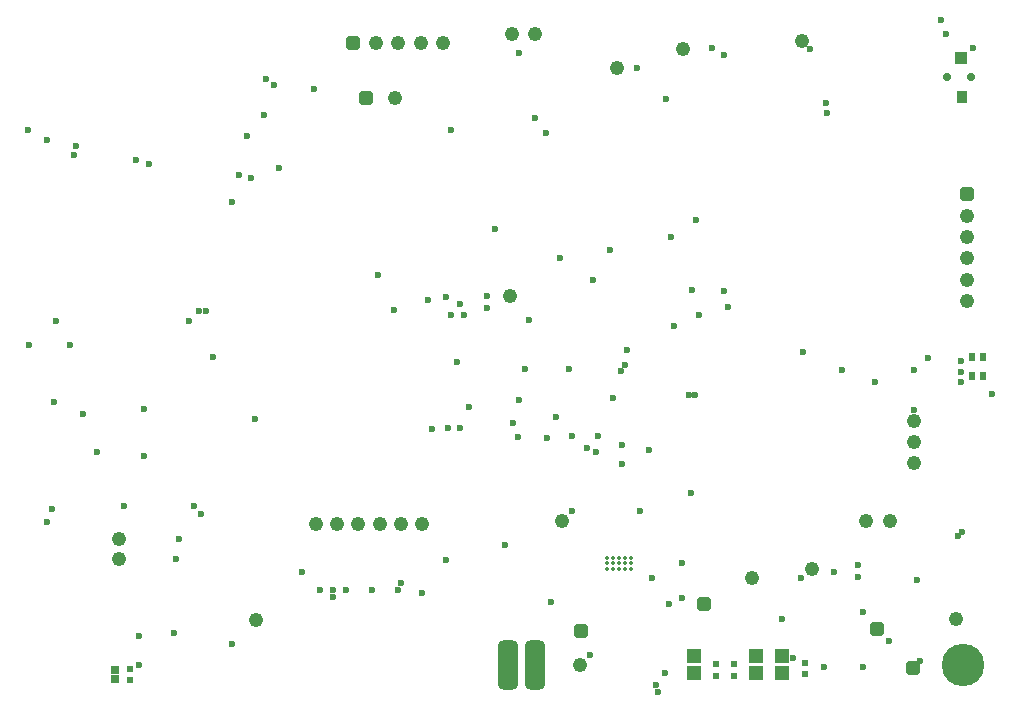
<source format=gbs>
G04*
G04 #@! TF.GenerationSoftware,Altium Limited,Altium Designer,21.1.1 (26)*
G04*
G04 Layer_Color=16711935*
%FSLAX44Y44*%
%MOMM*%
G71*
G04*
G04 #@! TF.SameCoordinates,9AE9D992-6700-435F-BEFF-D62808151BB7*
G04*
G04*
G04 #@! TF.FilePolarity,Negative*
G04*
G01*
G75*
%ADD84R,1.3000X1.2000*%
%ADD92R,0.6500X0.7000*%
G04:AMPARAMS|DCode=110|XSize=1.724mm|YSize=4.2mm|CornerRadius=0.481mm|HoleSize=0mm|Usage=FLASHONLY|Rotation=0.000|XOffset=0mm|YOffset=0mm|HoleType=Round|Shape=RoundedRectangle|*
%AMROUNDEDRECTD110*
21,1,1.7240,3.2380,0,0,0.0*
21,1,0.7620,4.2000,0,0,0.0*
1,1,0.9620,0.3810,-1.6190*
1,1,0.9620,-0.3810,-1.6190*
1,1,0.9620,-0.3810,1.6190*
1,1,0.9620,0.3810,1.6190*
%
%ADD110ROUNDEDRECTD110*%
%ADD120C,0.7000*%
%ADD121C,3.6000*%
%ADD122C,0.6000*%
%ADD123C,0.3500*%
%ADD158R,0.9500X1.1000*%
%ADD159R,1.1000X1.1000*%
%ADD160R,0.5500X0.8000*%
%ADD163R,0.5000X0.5000*%
%ADD164C,1.2160*%
G04:AMPARAMS|DCode=165|XSize=1.216mm|YSize=1.216mm|CornerRadius=0.354mm|HoleSize=0mm|Usage=FLASHONLY|Rotation=90.000|XOffset=0mm|YOffset=0mm|HoleType=Round|Shape=RoundedRectangle|*
%AMROUNDEDRECTD165*
21,1,1.2160,0.5080,0,0,90.0*
21,1,0.5080,1.2160,0,0,90.0*
1,1,0.7080,0.2540,0.2540*
1,1,0.7080,0.2540,-0.2540*
1,1,0.7080,-0.2540,-0.2540*
1,1,0.7080,-0.2540,0.2540*
%
%ADD165ROUNDEDRECTD165*%
D84*
X859790Y107950D02*
D03*
Y121951D02*
D03*
X785040Y107950D02*
D03*
Y121951D02*
D03*
X837749Y107950D02*
D03*
Y121951D02*
D03*
D92*
X294640Y110350D02*
D03*
Y102850D02*
D03*
D110*
X627380Y114300D02*
D03*
X650240D02*
D03*
D120*
X999580Y612150D02*
D03*
X1019580D02*
D03*
D121*
X1012770Y114420D02*
D03*
D122*
X1010920Y354330D02*
D03*
Y363110D02*
D03*
Y372110D02*
D03*
X1037422Y344170D02*
D03*
X754380Y91420D02*
D03*
X753110Y97790D02*
D03*
X994467Y660420D02*
D03*
X302260Y248920D02*
D03*
X346246Y204006D02*
D03*
X241808Y247142D02*
D03*
X367792Y242824D02*
D03*
X237170Y235524D02*
D03*
X349365Y221095D02*
D03*
X344932Y141478D02*
D03*
X314960Y138938D02*
D03*
X279170Y294616D02*
D03*
X319278Y331216D02*
D03*
X361390Y249630D02*
D03*
X319278Y291338D02*
D03*
X637032Y632968D02*
D03*
X650664Y577596D02*
D03*
X659384Y565404D02*
D03*
X782320Y260350D02*
D03*
X478985Y172329D02*
D03*
X788924Y410972D02*
D03*
X810180Y431372D02*
D03*
X814098Y418084D02*
D03*
X1011972Y227112D02*
D03*
X781050Y342900D02*
D03*
X1008380Y223520D02*
D03*
X786130Y342900D02*
D03*
X728572Y381000D02*
D03*
X726634Y368808D02*
D03*
X699770Y440690D02*
D03*
X713740Y466090D02*
D03*
X938530Y354330D02*
D03*
X897128Y590296D02*
D03*
X974090Y186690D02*
D03*
X723900Y284480D02*
D03*
Y300990D02*
D03*
X774700Y171450D02*
D03*
Y200660D02*
D03*
X716673Y340614D02*
D03*
X267910Y327406D02*
D03*
X664210Y167640D02*
D03*
X667766Y324866D02*
D03*
X413360Y322834D02*
D03*
X372110Y414020D02*
D03*
X260350Y546100D02*
D03*
X377743Y375711D02*
D03*
X365760Y414020D02*
D03*
X261620Y553720D02*
D03*
X810514Y631190D02*
D03*
X584708Y371348D02*
D03*
X786384Y491800D02*
D03*
X616204Y483616D02*
D03*
X1021080Y637286D02*
D03*
X799846Y636778D02*
D03*
X357378Y405892D02*
D03*
X244856D02*
D03*
X895050Y113030D02*
D03*
X949960Y134620D02*
D03*
X976630Y118110D02*
D03*
X679196Y365506D02*
D03*
X927862Y113030D02*
D03*
X400050Y529590D02*
D03*
X312420Y542290D02*
D03*
X393700Y506730D02*
D03*
X323850Y538480D02*
D03*
X406340Y562550D02*
D03*
X220980Y567690D02*
D03*
X410210Y527050D02*
D03*
X237490Y558800D02*
D03*
X671673Y458978D02*
D03*
X765810Y476800D02*
D03*
X422910Y610870D02*
D03*
X749300Y187960D02*
D03*
X681990Y245110D02*
D03*
X610108Y426800D02*
D03*
X998220Y648970D02*
D03*
X768096Y401800D02*
D03*
X393700Y132080D02*
D03*
X587248Y314960D02*
D03*
X478985Y178425D02*
D03*
X467985D02*
D03*
X554990Y175260D02*
D03*
X783590Y432308D02*
D03*
X536956Y184404D02*
D03*
X533985Y178425D02*
D03*
X562864Y314706D02*
D03*
X489985Y178425D02*
D03*
X645668Y406908D02*
D03*
X594614Y332994D02*
D03*
X576834Y315214D02*
D03*
X511985Y178425D02*
D03*
X971550Y330390D02*
D03*
X982980Y374650D02*
D03*
X877570Y379730D02*
D03*
X971550Y364490D02*
D03*
X910590D02*
D03*
X575056Y426212D02*
D03*
X531114Y415036D02*
D03*
X559896Y423672D02*
D03*
X517652Y444745D02*
D03*
X737108Y619760D02*
D03*
X703834Y308864D02*
D03*
X694690Y298450D02*
D03*
X738942Y245308D02*
D03*
X869219Y120396D02*
D03*
X859790Y153670D02*
D03*
X696976Y122936D02*
D03*
X760730Y107950D02*
D03*
X463296Y601980D02*
D03*
X256930Y385572D02*
D03*
X221970D02*
D03*
X681990Y308864D02*
D03*
X624840Y215900D02*
D03*
X575310Y203200D02*
D03*
X452882Y193802D02*
D03*
X314865Y114300D02*
D03*
X579120Y567690D02*
D03*
Y411080D02*
D03*
X420878Y580390D02*
D03*
X433578Y535432D02*
D03*
X429260Y605790D02*
D03*
X897636Y582168D02*
D03*
X590296Y410972D02*
D03*
X586546Y420176D02*
D03*
X635762Y308102D02*
D03*
X641673Y364998D02*
D03*
X610108Y416800D02*
D03*
X242924Y337312D02*
D03*
X631673Y319278D02*
D03*
X636673Y338836D02*
D03*
X927862Y159512D02*
D03*
X702056Y294894D02*
D03*
X875538Y187960D02*
D03*
X747014Y296926D02*
D03*
X903855Y193679D02*
D03*
X923572Y199672D02*
D03*
X923685Y188976D02*
D03*
X722884Y363982D02*
D03*
X883076Y636330D02*
D03*
X761492Y593852D02*
D03*
X764032Y166370D02*
D03*
X660146Y306832D02*
D03*
D123*
X726360Y195660D02*
D03*
X721360D02*
D03*
X716360D02*
D03*
X726360Y205660D02*
D03*
X716360Y200660D02*
D03*
X726360D02*
D03*
X721360D02*
D03*
Y205660D02*
D03*
X716360D02*
D03*
X731360Y195660D02*
D03*
X711360D02*
D03*
X731360Y205660D02*
D03*
X711360D02*
D03*
X731360Y200660D02*
D03*
X711360D02*
D03*
D158*
X1011830Y595650D02*
D03*
D159*
X1011080Y628650D02*
D03*
D160*
X1029390Y359030D02*
D03*
X1020390D02*
D03*
Y375030D02*
D03*
X1029390D02*
D03*
D163*
X307340Y101680D02*
D03*
Y111680D02*
D03*
X878840Y116760D02*
D03*
Y106760D02*
D03*
X803910Y105490D02*
D03*
Y115490D02*
D03*
X819150Y105490D02*
D03*
Y115490D02*
D03*
D164*
X1016450Y422910D02*
D03*
X673100Y236220D02*
D03*
X885190Y195580D02*
D03*
X951230Y236220D02*
D03*
X930800Y236232D02*
D03*
X834390Y187960D02*
D03*
X1007110Y153670D02*
D03*
X688340Y114300D02*
D03*
X532130Y594360D02*
D03*
X720090Y619760D02*
D03*
X971550Y321310D02*
D03*
X876213Y643193D02*
D03*
X971550Y303530D02*
D03*
X629385Y426757D02*
D03*
X971550Y285750D02*
D03*
X775970Y636270D02*
D03*
X518922Y233895D02*
D03*
X500888D02*
D03*
X414020Y152400D02*
D03*
X536956Y233895D02*
D03*
X554990D02*
D03*
X464820D02*
D03*
X482854D02*
D03*
X297976Y221095D02*
D03*
X515666Y641350D02*
D03*
X534701D02*
D03*
X297976Y204006D02*
D03*
X553735Y641350D02*
D03*
X572770D02*
D03*
X631190Y648970D02*
D03*
X650240D02*
D03*
X1016450Y495046D02*
D03*
Y477012D02*
D03*
Y458978D02*
D03*
Y440944D02*
D03*
D165*
Y513080D02*
D03*
X507044Y594360D02*
D03*
X939800Y144780D02*
D03*
X689610Y143510D02*
D03*
X793751Y166370D02*
D03*
X970280Y111760D02*
D03*
X496631Y641350D02*
D03*
M02*

</source>
